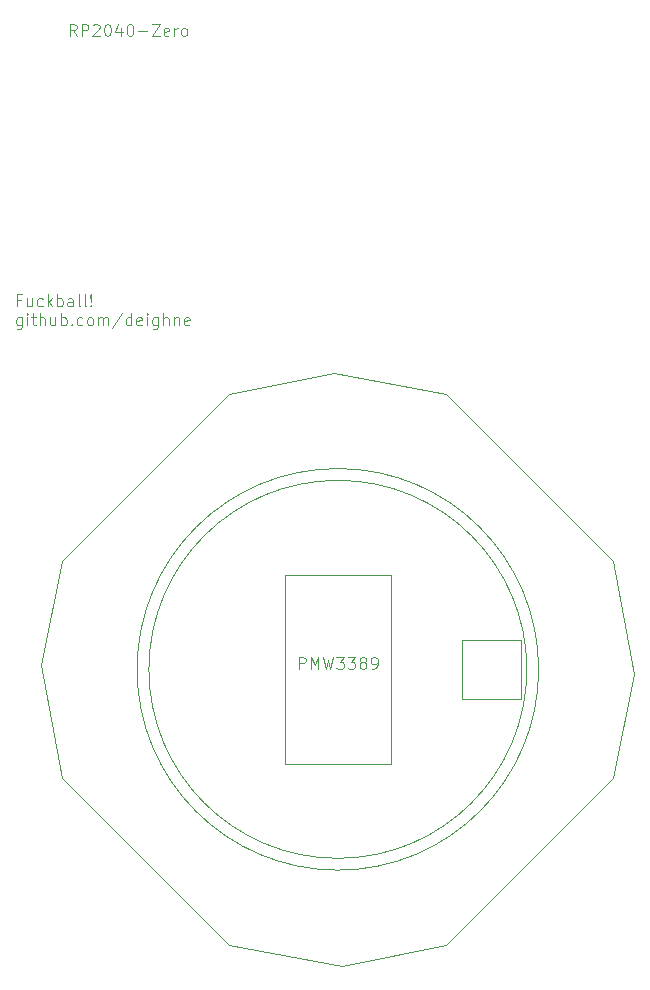
<source format=gbr>
%TF.GenerationSoftware,KiCad,Pcbnew,8.0.7*%
%TF.CreationDate,2025-01-02T13:50:35-06:00*%
%TF.ProjectId,fuckball,6675636b-6261-46c6-9c2e-6b696361645f,rev?*%
%TF.SameCoordinates,Original*%
%TF.FileFunction,Legend,Top*%
%TF.FilePolarity,Positive*%
%FSLAX46Y46*%
G04 Gerber Fmt 4.6, Leading zero omitted, Abs format (unit mm)*
G04 Created by KiCad (PCBNEW 8.0.7) date 2025-01-02 13:50:35*
%MOMM*%
%LPD*%
G01*
G04 APERTURE LIST*
%ADD10C,0.100000*%
G04 APERTURE END LIST*
D10*
X168137217Y-70238665D02*
X167803884Y-70238665D01*
X167803884Y-70762475D02*
X167803884Y-69762475D01*
X167803884Y-69762475D02*
X168280074Y-69762475D01*
X169089598Y-70095808D02*
X169089598Y-70762475D01*
X168661027Y-70095808D02*
X168661027Y-70619617D01*
X168661027Y-70619617D02*
X168708646Y-70714856D01*
X168708646Y-70714856D02*
X168803884Y-70762475D01*
X168803884Y-70762475D02*
X168946741Y-70762475D01*
X168946741Y-70762475D02*
X169041979Y-70714856D01*
X169041979Y-70714856D02*
X169089598Y-70667236D01*
X169994360Y-70714856D02*
X169899122Y-70762475D01*
X169899122Y-70762475D02*
X169708646Y-70762475D01*
X169708646Y-70762475D02*
X169613408Y-70714856D01*
X169613408Y-70714856D02*
X169565789Y-70667236D01*
X169565789Y-70667236D02*
X169518170Y-70571998D01*
X169518170Y-70571998D02*
X169518170Y-70286284D01*
X169518170Y-70286284D02*
X169565789Y-70191046D01*
X169565789Y-70191046D02*
X169613408Y-70143427D01*
X169613408Y-70143427D02*
X169708646Y-70095808D01*
X169708646Y-70095808D02*
X169899122Y-70095808D01*
X169899122Y-70095808D02*
X169994360Y-70143427D01*
X170422932Y-70762475D02*
X170422932Y-69762475D01*
X170518170Y-70381522D02*
X170803884Y-70762475D01*
X170803884Y-70095808D02*
X170422932Y-70476760D01*
X171232456Y-70762475D02*
X171232456Y-69762475D01*
X171232456Y-70143427D02*
X171327694Y-70095808D01*
X171327694Y-70095808D02*
X171518170Y-70095808D01*
X171518170Y-70095808D02*
X171613408Y-70143427D01*
X171613408Y-70143427D02*
X171661027Y-70191046D01*
X171661027Y-70191046D02*
X171708646Y-70286284D01*
X171708646Y-70286284D02*
X171708646Y-70571998D01*
X171708646Y-70571998D02*
X171661027Y-70667236D01*
X171661027Y-70667236D02*
X171613408Y-70714856D01*
X171613408Y-70714856D02*
X171518170Y-70762475D01*
X171518170Y-70762475D02*
X171327694Y-70762475D01*
X171327694Y-70762475D02*
X171232456Y-70714856D01*
X172565789Y-70762475D02*
X172565789Y-70238665D01*
X172565789Y-70238665D02*
X172518170Y-70143427D01*
X172518170Y-70143427D02*
X172422932Y-70095808D01*
X172422932Y-70095808D02*
X172232456Y-70095808D01*
X172232456Y-70095808D02*
X172137218Y-70143427D01*
X172565789Y-70714856D02*
X172470551Y-70762475D01*
X172470551Y-70762475D02*
X172232456Y-70762475D01*
X172232456Y-70762475D02*
X172137218Y-70714856D01*
X172137218Y-70714856D02*
X172089599Y-70619617D01*
X172089599Y-70619617D02*
X172089599Y-70524379D01*
X172089599Y-70524379D02*
X172137218Y-70429141D01*
X172137218Y-70429141D02*
X172232456Y-70381522D01*
X172232456Y-70381522D02*
X172470551Y-70381522D01*
X172470551Y-70381522D02*
X172565789Y-70333903D01*
X173184837Y-70762475D02*
X173089599Y-70714856D01*
X173089599Y-70714856D02*
X173041980Y-70619617D01*
X173041980Y-70619617D02*
X173041980Y-69762475D01*
X173708647Y-70762475D02*
X173613409Y-70714856D01*
X173613409Y-70714856D02*
X173565790Y-70619617D01*
X173565790Y-70619617D02*
X173565790Y-69762475D01*
X174089600Y-70667236D02*
X174137219Y-70714856D01*
X174137219Y-70714856D02*
X174089600Y-70762475D01*
X174089600Y-70762475D02*
X174041981Y-70714856D01*
X174041981Y-70714856D02*
X174089600Y-70667236D01*
X174089600Y-70667236D02*
X174089600Y-70762475D01*
X174089600Y-70381522D02*
X174041981Y-69810094D01*
X174041981Y-69810094D02*
X174089600Y-69762475D01*
X174089600Y-69762475D02*
X174137219Y-69810094D01*
X174137219Y-69810094D02*
X174089600Y-70381522D01*
X174089600Y-70381522D02*
X174089600Y-69762475D01*
X168232455Y-71705752D02*
X168232455Y-72515276D01*
X168232455Y-72515276D02*
X168184836Y-72610514D01*
X168184836Y-72610514D02*
X168137217Y-72658133D01*
X168137217Y-72658133D02*
X168041979Y-72705752D01*
X168041979Y-72705752D02*
X167899122Y-72705752D01*
X167899122Y-72705752D02*
X167803884Y-72658133D01*
X168232455Y-72324800D02*
X168137217Y-72372419D01*
X168137217Y-72372419D02*
X167946741Y-72372419D01*
X167946741Y-72372419D02*
X167851503Y-72324800D01*
X167851503Y-72324800D02*
X167803884Y-72277180D01*
X167803884Y-72277180D02*
X167756265Y-72181942D01*
X167756265Y-72181942D02*
X167756265Y-71896228D01*
X167756265Y-71896228D02*
X167803884Y-71800990D01*
X167803884Y-71800990D02*
X167851503Y-71753371D01*
X167851503Y-71753371D02*
X167946741Y-71705752D01*
X167946741Y-71705752D02*
X168137217Y-71705752D01*
X168137217Y-71705752D02*
X168232455Y-71753371D01*
X168708646Y-72372419D02*
X168708646Y-71705752D01*
X168708646Y-71372419D02*
X168661027Y-71420038D01*
X168661027Y-71420038D02*
X168708646Y-71467657D01*
X168708646Y-71467657D02*
X168756265Y-71420038D01*
X168756265Y-71420038D02*
X168708646Y-71372419D01*
X168708646Y-71372419D02*
X168708646Y-71467657D01*
X169041979Y-71705752D02*
X169422931Y-71705752D01*
X169184836Y-71372419D02*
X169184836Y-72229561D01*
X169184836Y-72229561D02*
X169232455Y-72324800D01*
X169232455Y-72324800D02*
X169327693Y-72372419D01*
X169327693Y-72372419D02*
X169422931Y-72372419D01*
X169756265Y-72372419D02*
X169756265Y-71372419D01*
X170184836Y-72372419D02*
X170184836Y-71848609D01*
X170184836Y-71848609D02*
X170137217Y-71753371D01*
X170137217Y-71753371D02*
X170041979Y-71705752D01*
X170041979Y-71705752D02*
X169899122Y-71705752D01*
X169899122Y-71705752D02*
X169803884Y-71753371D01*
X169803884Y-71753371D02*
X169756265Y-71800990D01*
X171089598Y-71705752D02*
X171089598Y-72372419D01*
X170661027Y-71705752D02*
X170661027Y-72229561D01*
X170661027Y-72229561D02*
X170708646Y-72324800D01*
X170708646Y-72324800D02*
X170803884Y-72372419D01*
X170803884Y-72372419D02*
X170946741Y-72372419D01*
X170946741Y-72372419D02*
X171041979Y-72324800D01*
X171041979Y-72324800D02*
X171089598Y-72277180D01*
X171565789Y-72372419D02*
X171565789Y-71372419D01*
X171565789Y-71753371D02*
X171661027Y-71705752D01*
X171661027Y-71705752D02*
X171851503Y-71705752D01*
X171851503Y-71705752D02*
X171946741Y-71753371D01*
X171946741Y-71753371D02*
X171994360Y-71800990D01*
X171994360Y-71800990D02*
X172041979Y-71896228D01*
X172041979Y-71896228D02*
X172041979Y-72181942D01*
X172041979Y-72181942D02*
X171994360Y-72277180D01*
X171994360Y-72277180D02*
X171946741Y-72324800D01*
X171946741Y-72324800D02*
X171851503Y-72372419D01*
X171851503Y-72372419D02*
X171661027Y-72372419D01*
X171661027Y-72372419D02*
X171565789Y-72324800D01*
X172470551Y-72277180D02*
X172518170Y-72324800D01*
X172518170Y-72324800D02*
X172470551Y-72372419D01*
X172470551Y-72372419D02*
X172422932Y-72324800D01*
X172422932Y-72324800D02*
X172470551Y-72277180D01*
X172470551Y-72277180D02*
X172470551Y-72372419D01*
X173375312Y-72324800D02*
X173280074Y-72372419D01*
X173280074Y-72372419D02*
X173089598Y-72372419D01*
X173089598Y-72372419D02*
X172994360Y-72324800D01*
X172994360Y-72324800D02*
X172946741Y-72277180D01*
X172946741Y-72277180D02*
X172899122Y-72181942D01*
X172899122Y-72181942D02*
X172899122Y-71896228D01*
X172899122Y-71896228D02*
X172946741Y-71800990D01*
X172946741Y-71800990D02*
X172994360Y-71753371D01*
X172994360Y-71753371D02*
X173089598Y-71705752D01*
X173089598Y-71705752D02*
X173280074Y-71705752D01*
X173280074Y-71705752D02*
X173375312Y-71753371D01*
X173946741Y-72372419D02*
X173851503Y-72324800D01*
X173851503Y-72324800D02*
X173803884Y-72277180D01*
X173803884Y-72277180D02*
X173756265Y-72181942D01*
X173756265Y-72181942D02*
X173756265Y-71896228D01*
X173756265Y-71896228D02*
X173803884Y-71800990D01*
X173803884Y-71800990D02*
X173851503Y-71753371D01*
X173851503Y-71753371D02*
X173946741Y-71705752D01*
X173946741Y-71705752D02*
X174089598Y-71705752D01*
X174089598Y-71705752D02*
X174184836Y-71753371D01*
X174184836Y-71753371D02*
X174232455Y-71800990D01*
X174232455Y-71800990D02*
X174280074Y-71896228D01*
X174280074Y-71896228D02*
X174280074Y-72181942D01*
X174280074Y-72181942D02*
X174232455Y-72277180D01*
X174232455Y-72277180D02*
X174184836Y-72324800D01*
X174184836Y-72324800D02*
X174089598Y-72372419D01*
X174089598Y-72372419D02*
X173946741Y-72372419D01*
X174708646Y-72372419D02*
X174708646Y-71705752D01*
X174708646Y-71800990D02*
X174756265Y-71753371D01*
X174756265Y-71753371D02*
X174851503Y-71705752D01*
X174851503Y-71705752D02*
X174994360Y-71705752D01*
X174994360Y-71705752D02*
X175089598Y-71753371D01*
X175089598Y-71753371D02*
X175137217Y-71848609D01*
X175137217Y-71848609D02*
X175137217Y-72372419D01*
X175137217Y-71848609D02*
X175184836Y-71753371D01*
X175184836Y-71753371D02*
X175280074Y-71705752D01*
X175280074Y-71705752D02*
X175422931Y-71705752D01*
X175422931Y-71705752D02*
X175518170Y-71753371D01*
X175518170Y-71753371D02*
X175565789Y-71848609D01*
X175565789Y-71848609D02*
X175565789Y-72372419D01*
X176756264Y-71324800D02*
X175899122Y-72610514D01*
X177518169Y-72372419D02*
X177518169Y-71372419D01*
X177518169Y-72324800D02*
X177422931Y-72372419D01*
X177422931Y-72372419D02*
X177232455Y-72372419D01*
X177232455Y-72372419D02*
X177137217Y-72324800D01*
X177137217Y-72324800D02*
X177089598Y-72277180D01*
X177089598Y-72277180D02*
X177041979Y-72181942D01*
X177041979Y-72181942D02*
X177041979Y-71896228D01*
X177041979Y-71896228D02*
X177089598Y-71800990D01*
X177089598Y-71800990D02*
X177137217Y-71753371D01*
X177137217Y-71753371D02*
X177232455Y-71705752D01*
X177232455Y-71705752D02*
X177422931Y-71705752D01*
X177422931Y-71705752D02*
X177518169Y-71753371D01*
X178375312Y-72324800D02*
X178280074Y-72372419D01*
X178280074Y-72372419D02*
X178089598Y-72372419D01*
X178089598Y-72372419D02*
X177994360Y-72324800D01*
X177994360Y-72324800D02*
X177946741Y-72229561D01*
X177946741Y-72229561D02*
X177946741Y-71848609D01*
X177946741Y-71848609D02*
X177994360Y-71753371D01*
X177994360Y-71753371D02*
X178089598Y-71705752D01*
X178089598Y-71705752D02*
X178280074Y-71705752D01*
X178280074Y-71705752D02*
X178375312Y-71753371D01*
X178375312Y-71753371D02*
X178422931Y-71848609D01*
X178422931Y-71848609D02*
X178422931Y-71943847D01*
X178422931Y-71943847D02*
X177946741Y-72039085D01*
X178851503Y-72372419D02*
X178851503Y-71705752D01*
X178851503Y-71372419D02*
X178803884Y-71420038D01*
X178803884Y-71420038D02*
X178851503Y-71467657D01*
X178851503Y-71467657D02*
X178899122Y-71420038D01*
X178899122Y-71420038D02*
X178851503Y-71372419D01*
X178851503Y-71372419D02*
X178851503Y-71467657D01*
X179756264Y-71705752D02*
X179756264Y-72515276D01*
X179756264Y-72515276D02*
X179708645Y-72610514D01*
X179708645Y-72610514D02*
X179661026Y-72658133D01*
X179661026Y-72658133D02*
X179565788Y-72705752D01*
X179565788Y-72705752D02*
X179422931Y-72705752D01*
X179422931Y-72705752D02*
X179327693Y-72658133D01*
X179756264Y-72324800D02*
X179661026Y-72372419D01*
X179661026Y-72372419D02*
X179470550Y-72372419D01*
X179470550Y-72372419D02*
X179375312Y-72324800D01*
X179375312Y-72324800D02*
X179327693Y-72277180D01*
X179327693Y-72277180D02*
X179280074Y-72181942D01*
X179280074Y-72181942D02*
X179280074Y-71896228D01*
X179280074Y-71896228D02*
X179327693Y-71800990D01*
X179327693Y-71800990D02*
X179375312Y-71753371D01*
X179375312Y-71753371D02*
X179470550Y-71705752D01*
X179470550Y-71705752D02*
X179661026Y-71705752D01*
X179661026Y-71705752D02*
X179756264Y-71753371D01*
X180232455Y-72372419D02*
X180232455Y-71372419D01*
X180661026Y-72372419D02*
X180661026Y-71848609D01*
X180661026Y-71848609D02*
X180613407Y-71753371D01*
X180613407Y-71753371D02*
X180518169Y-71705752D01*
X180518169Y-71705752D02*
X180375312Y-71705752D01*
X180375312Y-71705752D02*
X180280074Y-71753371D01*
X180280074Y-71753371D02*
X180232455Y-71800990D01*
X181137217Y-71705752D02*
X181137217Y-72372419D01*
X181137217Y-71800990D02*
X181184836Y-71753371D01*
X181184836Y-71753371D02*
X181280074Y-71705752D01*
X181280074Y-71705752D02*
X181422931Y-71705752D01*
X181422931Y-71705752D02*
X181518169Y-71753371D01*
X181518169Y-71753371D02*
X181565788Y-71848609D01*
X181565788Y-71848609D02*
X181565788Y-72372419D01*
X182422931Y-72324800D02*
X182327693Y-72372419D01*
X182327693Y-72372419D02*
X182137217Y-72372419D01*
X182137217Y-72372419D02*
X182041979Y-72324800D01*
X182041979Y-72324800D02*
X181994360Y-72229561D01*
X181994360Y-72229561D02*
X181994360Y-71848609D01*
X181994360Y-71848609D02*
X182041979Y-71753371D01*
X182041979Y-71753371D02*
X182137217Y-71705752D01*
X182137217Y-71705752D02*
X182327693Y-71705752D01*
X182327693Y-71705752D02*
X182422931Y-71753371D01*
X182422931Y-71753371D02*
X182470550Y-71848609D01*
X182470550Y-71848609D02*
X182470550Y-71943847D01*
X182470550Y-71943847D02*
X181994360Y-72039085D01*
X172875312Y-47872419D02*
X172541979Y-47396228D01*
X172303884Y-47872419D02*
X172303884Y-46872419D01*
X172303884Y-46872419D02*
X172684836Y-46872419D01*
X172684836Y-46872419D02*
X172780074Y-46920038D01*
X172780074Y-46920038D02*
X172827693Y-46967657D01*
X172827693Y-46967657D02*
X172875312Y-47062895D01*
X172875312Y-47062895D02*
X172875312Y-47205752D01*
X172875312Y-47205752D02*
X172827693Y-47300990D01*
X172827693Y-47300990D02*
X172780074Y-47348609D01*
X172780074Y-47348609D02*
X172684836Y-47396228D01*
X172684836Y-47396228D02*
X172303884Y-47396228D01*
X173303884Y-47872419D02*
X173303884Y-46872419D01*
X173303884Y-46872419D02*
X173684836Y-46872419D01*
X173684836Y-46872419D02*
X173780074Y-46920038D01*
X173780074Y-46920038D02*
X173827693Y-46967657D01*
X173827693Y-46967657D02*
X173875312Y-47062895D01*
X173875312Y-47062895D02*
X173875312Y-47205752D01*
X173875312Y-47205752D02*
X173827693Y-47300990D01*
X173827693Y-47300990D02*
X173780074Y-47348609D01*
X173780074Y-47348609D02*
X173684836Y-47396228D01*
X173684836Y-47396228D02*
X173303884Y-47396228D01*
X174256265Y-46967657D02*
X174303884Y-46920038D01*
X174303884Y-46920038D02*
X174399122Y-46872419D01*
X174399122Y-46872419D02*
X174637217Y-46872419D01*
X174637217Y-46872419D02*
X174732455Y-46920038D01*
X174732455Y-46920038D02*
X174780074Y-46967657D01*
X174780074Y-46967657D02*
X174827693Y-47062895D01*
X174827693Y-47062895D02*
X174827693Y-47158133D01*
X174827693Y-47158133D02*
X174780074Y-47300990D01*
X174780074Y-47300990D02*
X174208646Y-47872419D01*
X174208646Y-47872419D02*
X174827693Y-47872419D01*
X175446741Y-46872419D02*
X175541979Y-46872419D01*
X175541979Y-46872419D02*
X175637217Y-46920038D01*
X175637217Y-46920038D02*
X175684836Y-46967657D01*
X175684836Y-46967657D02*
X175732455Y-47062895D01*
X175732455Y-47062895D02*
X175780074Y-47253371D01*
X175780074Y-47253371D02*
X175780074Y-47491466D01*
X175780074Y-47491466D02*
X175732455Y-47681942D01*
X175732455Y-47681942D02*
X175684836Y-47777180D01*
X175684836Y-47777180D02*
X175637217Y-47824800D01*
X175637217Y-47824800D02*
X175541979Y-47872419D01*
X175541979Y-47872419D02*
X175446741Y-47872419D01*
X175446741Y-47872419D02*
X175351503Y-47824800D01*
X175351503Y-47824800D02*
X175303884Y-47777180D01*
X175303884Y-47777180D02*
X175256265Y-47681942D01*
X175256265Y-47681942D02*
X175208646Y-47491466D01*
X175208646Y-47491466D02*
X175208646Y-47253371D01*
X175208646Y-47253371D02*
X175256265Y-47062895D01*
X175256265Y-47062895D02*
X175303884Y-46967657D01*
X175303884Y-46967657D02*
X175351503Y-46920038D01*
X175351503Y-46920038D02*
X175446741Y-46872419D01*
X176637217Y-47205752D02*
X176637217Y-47872419D01*
X176399122Y-46824800D02*
X176161027Y-47539085D01*
X176161027Y-47539085D02*
X176780074Y-47539085D01*
X177351503Y-46872419D02*
X177446741Y-46872419D01*
X177446741Y-46872419D02*
X177541979Y-46920038D01*
X177541979Y-46920038D02*
X177589598Y-46967657D01*
X177589598Y-46967657D02*
X177637217Y-47062895D01*
X177637217Y-47062895D02*
X177684836Y-47253371D01*
X177684836Y-47253371D02*
X177684836Y-47491466D01*
X177684836Y-47491466D02*
X177637217Y-47681942D01*
X177637217Y-47681942D02*
X177589598Y-47777180D01*
X177589598Y-47777180D02*
X177541979Y-47824800D01*
X177541979Y-47824800D02*
X177446741Y-47872419D01*
X177446741Y-47872419D02*
X177351503Y-47872419D01*
X177351503Y-47872419D02*
X177256265Y-47824800D01*
X177256265Y-47824800D02*
X177208646Y-47777180D01*
X177208646Y-47777180D02*
X177161027Y-47681942D01*
X177161027Y-47681942D02*
X177113408Y-47491466D01*
X177113408Y-47491466D02*
X177113408Y-47253371D01*
X177113408Y-47253371D02*
X177161027Y-47062895D01*
X177161027Y-47062895D02*
X177208646Y-46967657D01*
X177208646Y-46967657D02*
X177256265Y-46920038D01*
X177256265Y-46920038D02*
X177351503Y-46872419D01*
X178113408Y-47491466D02*
X178875313Y-47491466D01*
X179256265Y-46872419D02*
X179922931Y-46872419D01*
X179922931Y-46872419D02*
X179256265Y-47872419D01*
X179256265Y-47872419D02*
X179922931Y-47872419D01*
X180684836Y-47824800D02*
X180589598Y-47872419D01*
X180589598Y-47872419D02*
X180399122Y-47872419D01*
X180399122Y-47872419D02*
X180303884Y-47824800D01*
X180303884Y-47824800D02*
X180256265Y-47729561D01*
X180256265Y-47729561D02*
X180256265Y-47348609D01*
X180256265Y-47348609D02*
X180303884Y-47253371D01*
X180303884Y-47253371D02*
X180399122Y-47205752D01*
X180399122Y-47205752D02*
X180589598Y-47205752D01*
X180589598Y-47205752D02*
X180684836Y-47253371D01*
X180684836Y-47253371D02*
X180732455Y-47348609D01*
X180732455Y-47348609D02*
X180732455Y-47443847D01*
X180732455Y-47443847D02*
X180256265Y-47539085D01*
X181161027Y-47872419D02*
X181161027Y-47205752D01*
X181161027Y-47396228D02*
X181208646Y-47300990D01*
X181208646Y-47300990D02*
X181256265Y-47253371D01*
X181256265Y-47253371D02*
X181351503Y-47205752D01*
X181351503Y-47205752D02*
X181446741Y-47205752D01*
X181922932Y-47872419D02*
X181827694Y-47824800D01*
X181827694Y-47824800D02*
X181780075Y-47777180D01*
X181780075Y-47777180D02*
X181732456Y-47681942D01*
X181732456Y-47681942D02*
X181732456Y-47396228D01*
X181732456Y-47396228D02*
X181780075Y-47300990D01*
X181780075Y-47300990D02*
X181827694Y-47253371D01*
X181827694Y-47253371D02*
X181922932Y-47205752D01*
X181922932Y-47205752D02*
X182065789Y-47205752D01*
X182065789Y-47205752D02*
X182161027Y-47253371D01*
X182161027Y-47253371D02*
X182208646Y-47300990D01*
X182208646Y-47300990D02*
X182256265Y-47396228D01*
X182256265Y-47396228D02*
X182256265Y-47681942D01*
X182256265Y-47681942D02*
X182208646Y-47777180D01*
X182208646Y-47777180D02*
X182161027Y-47824800D01*
X182161027Y-47824800D02*
X182065789Y-47872419D01*
X182065789Y-47872419D02*
X181922932Y-47872419D01*
X191690476Y-101457419D02*
X191690476Y-100457419D01*
X191690476Y-100457419D02*
X192071428Y-100457419D01*
X192071428Y-100457419D02*
X192166666Y-100505038D01*
X192166666Y-100505038D02*
X192214285Y-100552657D01*
X192214285Y-100552657D02*
X192261904Y-100647895D01*
X192261904Y-100647895D02*
X192261904Y-100790752D01*
X192261904Y-100790752D02*
X192214285Y-100885990D01*
X192214285Y-100885990D02*
X192166666Y-100933609D01*
X192166666Y-100933609D02*
X192071428Y-100981228D01*
X192071428Y-100981228D02*
X191690476Y-100981228D01*
X192690476Y-101457419D02*
X192690476Y-100457419D01*
X192690476Y-100457419D02*
X193023809Y-101171704D01*
X193023809Y-101171704D02*
X193357142Y-100457419D01*
X193357142Y-100457419D02*
X193357142Y-101457419D01*
X193738095Y-100457419D02*
X193976190Y-101457419D01*
X193976190Y-101457419D02*
X194166666Y-100743133D01*
X194166666Y-100743133D02*
X194357142Y-101457419D01*
X194357142Y-101457419D02*
X194595238Y-100457419D01*
X194880952Y-100457419D02*
X195499999Y-100457419D01*
X195499999Y-100457419D02*
X195166666Y-100838371D01*
X195166666Y-100838371D02*
X195309523Y-100838371D01*
X195309523Y-100838371D02*
X195404761Y-100885990D01*
X195404761Y-100885990D02*
X195452380Y-100933609D01*
X195452380Y-100933609D02*
X195499999Y-101028847D01*
X195499999Y-101028847D02*
X195499999Y-101266942D01*
X195499999Y-101266942D02*
X195452380Y-101362180D01*
X195452380Y-101362180D02*
X195404761Y-101409800D01*
X195404761Y-101409800D02*
X195309523Y-101457419D01*
X195309523Y-101457419D02*
X195023809Y-101457419D01*
X195023809Y-101457419D02*
X194928571Y-101409800D01*
X194928571Y-101409800D02*
X194880952Y-101362180D01*
X195833333Y-100457419D02*
X196452380Y-100457419D01*
X196452380Y-100457419D02*
X196119047Y-100838371D01*
X196119047Y-100838371D02*
X196261904Y-100838371D01*
X196261904Y-100838371D02*
X196357142Y-100885990D01*
X196357142Y-100885990D02*
X196404761Y-100933609D01*
X196404761Y-100933609D02*
X196452380Y-101028847D01*
X196452380Y-101028847D02*
X196452380Y-101266942D01*
X196452380Y-101266942D02*
X196404761Y-101362180D01*
X196404761Y-101362180D02*
X196357142Y-101409800D01*
X196357142Y-101409800D02*
X196261904Y-101457419D01*
X196261904Y-101457419D02*
X195976190Y-101457419D01*
X195976190Y-101457419D02*
X195880952Y-101409800D01*
X195880952Y-101409800D02*
X195833333Y-101362180D01*
X197023809Y-100885990D02*
X196928571Y-100838371D01*
X196928571Y-100838371D02*
X196880952Y-100790752D01*
X196880952Y-100790752D02*
X196833333Y-100695514D01*
X196833333Y-100695514D02*
X196833333Y-100647895D01*
X196833333Y-100647895D02*
X196880952Y-100552657D01*
X196880952Y-100552657D02*
X196928571Y-100505038D01*
X196928571Y-100505038D02*
X197023809Y-100457419D01*
X197023809Y-100457419D02*
X197214285Y-100457419D01*
X197214285Y-100457419D02*
X197309523Y-100505038D01*
X197309523Y-100505038D02*
X197357142Y-100552657D01*
X197357142Y-100552657D02*
X197404761Y-100647895D01*
X197404761Y-100647895D02*
X197404761Y-100695514D01*
X197404761Y-100695514D02*
X197357142Y-100790752D01*
X197357142Y-100790752D02*
X197309523Y-100838371D01*
X197309523Y-100838371D02*
X197214285Y-100885990D01*
X197214285Y-100885990D02*
X197023809Y-100885990D01*
X197023809Y-100885990D02*
X196928571Y-100933609D01*
X196928571Y-100933609D02*
X196880952Y-100981228D01*
X196880952Y-100981228D02*
X196833333Y-101076466D01*
X196833333Y-101076466D02*
X196833333Y-101266942D01*
X196833333Y-101266942D02*
X196880952Y-101362180D01*
X196880952Y-101362180D02*
X196928571Y-101409800D01*
X196928571Y-101409800D02*
X197023809Y-101457419D01*
X197023809Y-101457419D02*
X197214285Y-101457419D01*
X197214285Y-101457419D02*
X197309523Y-101409800D01*
X197309523Y-101409800D02*
X197357142Y-101362180D01*
X197357142Y-101362180D02*
X197404761Y-101266942D01*
X197404761Y-101266942D02*
X197404761Y-101076466D01*
X197404761Y-101076466D02*
X197357142Y-100981228D01*
X197357142Y-100981228D02*
X197309523Y-100933609D01*
X197309523Y-100933609D02*
X197214285Y-100885990D01*
X197880952Y-101457419D02*
X198071428Y-101457419D01*
X198071428Y-101457419D02*
X198166666Y-101409800D01*
X198166666Y-101409800D02*
X198214285Y-101362180D01*
X198214285Y-101362180D02*
X198309523Y-101219323D01*
X198309523Y-101219323D02*
X198357142Y-101028847D01*
X198357142Y-101028847D02*
X198357142Y-100647895D01*
X198357142Y-100647895D02*
X198309523Y-100552657D01*
X198309523Y-100552657D02*
X198261904Y-100505038D01*
X198261904Y-100505038D02*
X198166666Y-100457419D01*
X198166666Y-100457419D02*
X197976190Y-100457419D01*
X197976190Y-100457419D02*
X197880952Y-100505038D01*
X197880952Y-100505038D02*
X197833333Y-100552657D01*
X197833333Y-100552657D02*
X197785714Y-100647895D01*
X197785714Y-100647895D02*
X197785714Y-100885990D01*
X197785714Y-100885990D02*
X197833333Y-100981228D01*
X197833333Y-100981228D02*
X197880952Y-101028847D01*
X197880952Y-101028847D02*
X197976190Y-101076466D01*
X197976190Y-101076466D02*
X198166666Y-101076466D01*
X198166666Y-101076466D02*
X198261904Y-101028847D01*
X198261904Y-101028847D02*
X198309523Y-100981228D01*
X198309523Y-100981228D02*
X198357142Y-100885990D01*
%TO.C,PMW3389*%
X190500000Y-93500000D02*
X199500000Y-93500000D01*
X199500000Y-109500000D01*
X190500000Y-109500000D01*
X190500000Y-93500000D01*
X205500000Y-99000000D02*
X210500000Y-99000000D01*
X210500000Y-104000000D01*
X205500000Y-104000000D01*
X205500000Y-99000000D01*
X211000000Y-101500000D02*
G75*
G02*
X179000000Y-101500000I-16000000J0D01*
G01*
X179000000Y-101500000D02*
G75*
G02*
X211000000Y-101500000I16000000J0D01*
G01*
%TO.C,Aball_Frame_34MM2*%
X212000000Y-101500000D02*
G75*
G02*
X178000000Y-101500000I-17000000J0D01*
G01*
X178000000Y-101500000D02*
G75*
G02*
X212000000Y-101500000I17000000J0D01*
G01*
X204192388Y-78165476D02*
X218334524Y-92307612D01*
X220102291Y-101853553D01*
X218334524Y-110692388D01*
X204192388Y-124834524D01*
X195353553Y-126602291D01*
X185807612Y-124834524D01*
X171665476Y-110692388D01*
X169897709Y-101146447D01*
X171665476Y-92307612D01*
X185807612Y-78165476D01*
X194646447Y-76397709D01*
X204192388Y-78165476D01*
%TD*%
M02*

</source>
